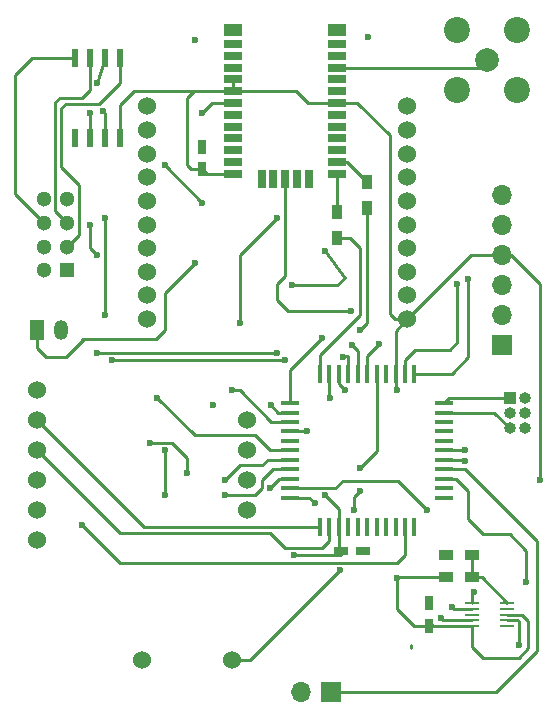
<source format=gbr>
G04 #@! TF.FileFunction,Copper,L2,Bot,Signal*
%FSLAX46Y46*%
G04 Gerber Fmt 4.6, Leading zero omitted, Abs format (unit mm)*
G04 Created by KiCad (PCBNEW 4.0.7) date 12/26/17 15:46:09*
%MOMM*%
%LPD*%
G01*
G04 APERTURE LIST*
%ADD10C,0.100000*%
%ADD11R,0.550000X1.500000*%
%ADD12R,0.400000X1.500000*%
%ADD13R,1.500000X0.400000*%
%ADD14R,1.250000X0.270000*%
%ADD15R,0.700000X1.500000*%
%ADD16R,1.500000X0.700000*%
%ADD17R,1.500000X1.000000*%
%ADD18C,1.524000*%
%ADD19R,1.000000X1.000000*%
%ADD20O,1.000000X1.000000*%
%ADD21R,1.700000X1.700000*%
%ADD22O,1.700000X1.700000*%
%ADD23R,1.200000X0.750000*%
%ADD24R,0.750000X1.200000*%
%ADD25R,1.200000X0.900000*%
%ADD26R,1.300000X1.300000*%
%ADD27C,1.300000*%
%ADD28C,2.200000*%
%ADD29C,2.000000*%
%ADD30R,0.900000X1.200000*%
%ADD31C,0.600000*%
%ADD32R,1.200000X1.700000*%
%ADD33O,1.200000X1.700000*%
%ADD34C,0.250000*%
G04 APERTURE END LIST*
D10*
D11*
X144145000Y-60735000D03*
X144145000Y-67535000D03*
X142875000Y-60735000D03*
X142875000Y-67535000D03*
X141605000Y-60735000D03*
X141605000Y-67535000D03*
X140335000Y-60735000D03*
X140335000Y-67535000D03*
D12*
X169100000Y-100480000D03*
X168300000Y-100480000D03*
X167500000Y-100480000D03*
X166700000Y-100480000D03*
X165900000Y-100480000D03*
X165100000Y-100480000D03*
X164300000Y-100480000D03*
X163500000Y-100480000D03*
X162700000Y-100480000D03*
X161900000Y-100480000D03*
X161100000Y-100480000D03*
D13*
X158600000Y-97980000D03*
X158600000Y-97180000D03*
X158600000Y-96380000D03*
X158600000Y-95580000D03*
X158600000Y-94780000D03*
X158600000Y-93980000D03*
X158600000Y-93180000D03*
X158600000Y-92380000D03*
X158600000Y-91580000D03*
X158600000Y-90780000D03*
X158600000Y-89980000D03*
D12*
X161100000Y-87480000D03*
X161900000Y-87480000D03*
X162700000Y-87480000D03*
X163500000Y-87480000D03*
X164300000Y-87480000D03*
X165100000Y-87480000D03*
X165900000Y-87480000D03*
X166700000Y-87480000D03*
X167500000Y-87480000D03*
X168300000Y-87480000D03*
X169100000Y-87480000D03*
D13*
X171600000Y-89980000D03*
X171600000Y-90780000D03*
X171600000Y-91580000D03*
X171600000Y-92380000D03*
X171600000Y-93180000D03*
X171600000Y-93980000D03*
X171600000Y-94780000D03*
X171600000Y-95580000D03*
X171600000Y-96380000D03*
X171600000Y-97180000D03*
X171600000Y-97980000D03*
D14*
X176950500Y-108886500D03*
X173950500Y-108886500D03*
X176950500Y-108386500D03*
X173950500Y-108386500D03*
X176950500Y-107886500D03*
X173950500Y-107886500D03*
X176950500Y-107386500D03*
X173950500Y-107386500D03*
X176950500Y-106886500D03*
X173950500Y-106886500D03*
D15*
X160160000Y-70970000D03*
D16*
X153760000Y-70570000D03*
X153760000Y-69570000D03*
X153760000Y-68570000D03*
X153760000Y-67570000D03*
X153760000Y-66570000D03*
X153760000Y-65570000D03*
X153760000Y-64570000D03*
X153760000Y-63570000D03*
X153760000Y-62570000D03*
X153760000Y-61570000D03*
X153760000Y-60570000D03*
X153760000Y-59570000D03*
D17*
X153760000Y-58420000D03*
X162560000Y-58420000D03*
D16*
X162560000Y-59570000D03*
X162560000Y-60570000D03*
X162560000Y-61570000D03*
X162560000Y-62570000D03*
X162560000Y-63570000D03*
X162560000Y-64570000D03*
X162560000Y-65570000D03*
X162560000Y-66570000D03*
X162560000Y-67570000D03*
X162560000Y-68570000D03*
X162560000Y-69570000D03*
X162560000Y-70570000D03*
D15*
X159160000Y-70970000D03*
X158160000Y-70970000D03*
X157160000Y-70970000D03*
X156160000Y-70970000D03*
D18*
X168478200Y-82864960D03*
X168478200Y-80863440D03*
X168478200Y-78864460D03*
X168478200Y-76862940D03*
X168478200Y-74863960D03*
X168478200Y-72864980D03*
X168478200Y-70863460D03*
X168478200Y-68864480D03*
X168478200Y-66862960D03*
X168478200Y-64863980D03*
X146481800Y-64863980D03*
X146481800Y-66862960D03*
X146481800Y-68864480D03*
X146481800Y-70863460D03*
X146481800Y-72864980D03*
X146481800Y-74863960D03*
X146481800Y-76862940D03*
X146481800Y-78864460D03*
X146481800Y-80863440D03*
X146481800Y-82864960D03*
D19*
X177165000Y-89535000D03*
D20*
X178435000Y-89535000D03*
X177165000Y-90805000D03*
X178435000Y-90805000D03*
X177165000Y-92075000D03*
X178435000Y-92075000D03*
D21*
X176530000Y-85090000D03*
D22*
X176530000Y-82550000D03*
X176530000Y-80010000D03*
X176530000Y-77470000D03*
X176530000Y-74930000D03*
X176530000Y-72390000D03*
D23*
X162880000Y-102489000D03*
X164780000Y-102489000D03*
D24*
X170370500Y-108836500D03*
X170370500Y-106936500D03*
D25*
X171810500Y-104711500D03*
X174010500Y-104711500D03*
X174010500Y-102806500D03*
X171810500Y-102806500D03*
D18*
X137160000Y-101600000D03*
X137160000Y-99060000D03*
X137160000Y-96520000D03*
X137160000Y-93980000D03*
X137160000Y-91440000D03*
X137160000Y-88900000D03*
X154940000Y-91440000D03*
X154940000Y-93980000D03*
X154940000Y-96520000D03*
X154940000Y-99060000D03*
D26*
X139700000Y-78740000D03*
D27*
X139700000Y-76740000D03*
X139700000Y-74740000D03*
X139700000Y-72740000D03*
X137700000Y-78740000D03*
X137700000Y-76740000D03*
X137700000Y-74740000D03*
X137700000Y-72740000D03*
D28*
X172720000Y-63500000D03*
X172720000Y-58420000D03*
X177800000Y-58420000D03*
X177800000Y-63500000D03*
D29*
X175260000Y-60960000D03*
D30*
X165100000Y-71290000D03*
X165100000Y-73490000D03*
X162560000Y-73830000D03*
X162560000Y-76030000D03*
D24*
X151130000Y-70165000D03*
X151130000Y-68265000D03*
D31*
X152019000Y-90170000D03*
X165163500Y-58991500D03*
X150558500Y-59245500D03*
D18*
X146050000Y-111760000D03*
X153670000Y-111760000D03*
D21*
X162052000Y-114427000D03*
D22*
X159512000Y-114427000D03*
D32*
X137160000Y-83820000D03*
D33*
X139160000Y-83820000D03*
D31*
X150495000Y-78105000D03*
X142240000Y-62865000D03*
X173355000Y-94869000D03*
X161544000Y-97790000D03*
X160020000Y-92329000D03*
X158877000Y-102870000D03*
X179705000Y-96520000D03*
X167640000Y-88900000D03*
X174180500Y-105981500D03*
X147955000Y-69850000D03*
X151130000Y-73025000D03*
X151130000Y-65405000D03*
X153670000Y-88900000D03*
X161290000Y-84455000D03*
X164465000Y-83820000D03*
X166116000Y-84963000D03*
X163703000Y-82169000D03*
X173355000Y-93980000D03*
X167640000Y-104775000D03*
X154305000Y-83185000D03*
X157480000Y-74295000D03*
X161925000Y-89535000D03*
X163195000Y-88900000D03*
X160655000Y-98425000D03*
X170180000Y-99060000D03*
X177990500Y-110426500D03*
X161544000Y-77089000D03*
X158750000Y-80010000D03*
X172275500Y-107251500D03*
X171323000Y-108204000D03*
X142748000Y-65278000D03*
X172720000Y-79883000D03*
X141605000Y-65405000D03*
X173609000Y-79502000D03*
X156972000Y-90170000D03*
X140970000Y-100330000D03*
X146685000Y-93345000D03*
X149860000Y-95885000D03*
X156845000Y-97155000D03*
X153035000Y-97790000D03*
X147955000Y-97790000D03*
X147955000Y-93980000D03*
X153035000Y-96520000D03*
X147320000Y-89535000D03*
X141605000Y-74930000D03*
X142240000Y-77470000D03*
X142240000Y-85725000D03*
X157480000Y-85725000D03*
X163830000Y-85090000D03*
X142875000Y-82550000D03*
X142875000Y-74295000D03*
X143510000Y-86360000D03*
X158115000Y-86360000D03*
X163068000Y-86106000D03*
X162814000Y-104140000D03*
X163957000Y-99060000D03*
X164465000Y-97409000D03*
X164465000Y-95504000D03*
X178562000Y-105156000D03*
D34*
X168783000Y-110424000D02*
X168783000Y-110744000D01*
X137160000Y-83820000D02*
X137160000Y-85344000D01*
X139573000Y-86106000D02*
X141097000Y-84582000D01*
X137922000Y-86106000D02*
X139573000Y-86106000D01*
X137160000Y-85344000D02*
X137922000Y-86106000D01*
X140970000Y-84582000D02*
X141097000Y-84582000D01*
X141097000Y-84582000D02*
X147193000Y-84582000D01*
X147955000Y-80645000D02*
X150495000Y-78105000D01*
X147955000Y-83820000D02*
X147955000Y-80645000D01*
X147193000Y-84582000D02*
X147955000Y-83820000D01*
X144145000Y-60735000D02*
X144145000Y-62865000D01*
X140716000Y-75724000D02*
X139700000Y-76740000D01*
X140716000Y-71501000D02*
X140716000Y-75724000D01*
X139192000Y-69977000D02*
X140716000Y-71501000D01*
X139192000Y-65024000D02*
X139192000Y-69977000D01*
X139573000Y-64643000D02*
X139192000Y-65024000D01*
X142367000Y-64643000D02*
X139573000Y-64643000D01*
X144145000Y-62865000D02*
X142367000Y-64643000D01*
X142240000Y-62865000D02*
X142875000Y-60735000D01*
X141605000Y-60735000D02*
X141605000Y-63500000D01*
X138684000Y-73724000D02*
X139700000Y-74740000D01*
X138684000Y-64516000D02*
X138684000Y-73724000D01*
X139065000Y-64135000D02*
X138684000Y-64516000D01*
X140970000Y-64135000D02*
X139065000Y-64135000D01*
X141605000Y-63500000D02*
X140970000Y-64135000D01*
X140335000Y-60735000D02*
X136750000Y-60735000D01*
X135255000Y-72295000D02*
X137700000Y-74740000D01*
X135255000Y-62230000D02*
X135255000Y-72295000D01*
X136750000Y-60735000D02*
X135255000Y-62230000D01*
X173266000Y-94780000D02*
X171600000Y-94780000D01*
X173355000Y-94869000D02*
X173266000Y-94780000D01*
X173355000Y-94869000D02*
X173355000Y-94869000D01*
X162700000Y-100480000D02*
X162700000Y-98946000D01*
X162700000Y-98946000D02*
X161544000Y-97790000D01*
X158600000Y-92380000D02*
X159969000Y-92380000D01*
X159969000Y-92380000D02*
X160020000Y-92329000D01*
X168478200Y-82864960D02*
X167500000Y-83843160D01*
X167500000Y-83843160D02*
X167500000Y-87480000D01*
X162880000Y-102870000D02*
X159131000Y-102870000D01*
X159131000Y-102870000D02*
X158877000Y-102870000D01*
X153760000Y-63570000D02*
X159074000Y-63570000D01*
X160074000Y-64570000D02*
X162560000Y-64570000D01*
X159074000Y-63570000D02*
X160074000Y-64570000D01*
X168478200Y-82864960D02*
X167446960Y-82864960D01*
X167446960Y-82864960D02*
X167005000Y-82423000D01*
X167005000Y-82423000D02*
X167005000Y-67310000D01*
X167005000Y-67310000D02*
X164265000Y-64570000D01*
X164265000Y-64570000D02*
X162560000Y-64570000D01*
X179705000Y-79883000D02*
X177292000Y-77470000D01*
X179705000Y-96520000D02*
X179705000Y-79883000D01*
X153760000Y-62570000D02*
X153760000Y-63570000D01*
X151130000Y-70165000D02*
X150175000Y-70165000D01*
X149860000Y-64135000D02*
X150425000Y-63570000D01*
X149860000Y-69850000D02*
X149860000Y-64135000D01*
X150175000Y-70165000D02*
X149860000Y-69850000D01*
X153760000Y-70570000D02*
X151535000Y-70570000D01*
X151535000Y-70570000D02*
X151130000Y-70165000D01*
X167500000Y-87480000D02*
X167500000Y-88760000D01*
X167500000Y-88760000D02*
X167640000Y-88900000D01*
X162700000Y-100480000D02*
X162700000Y-102690000D01*
X162700000Y-102690000D02*
X162880000Y-102870000D01*
X177292000Y-77470000D02*
X173873160Y-77470000D01*
X173873160Y-77470000D02*
X168478200Y-82864960D01*
X144145000Y-66900000D02*
X144145000Y-64770000D01*
X144145000Y-64770000D02*
X145345000Y-63570000D01*
X145345000Y-63570000D02*
X150425000Y-63570000D01*
X150425000Y-63570000D02*
X153760000Y-63570000D01*
X173950500Y-106886500D02*
X173950500Y-106211500D01*
X173950500Y-106211500D02*
X174180500Y-105981500D01*
X151130000Y-73025000D02*
X147955000Y-69850000D01*
X153760000Y-64570000D02*
X151965000Y-64570000D01*
X151965000Y-64570000D02*
X151130000Y-65405000D01*
X153670000Y-88900000D02*
X154305000Y-88900000D01*
X154305000Y-88900000D02*
X156972000Y-91567000D01*
X156972000Y-91567000D02*
X158460000Y-91567000D01*
X165100000Y-73490000D02*
X165100000Y-83185000D01*
X158600000Y-87145000D02*
X158600000Y-89980000D01*
X161290000Y-84455000D02*
X158600000Y-87145000D01*
X165100000Y-83185000D02*
X164465000Y-83820000D01*
X162560000Y-76030000D02*
X163660000Y-76030000D01*
X161100000Y-85915000D02*
X161100000Y-87480000D01*
X164465000Y-82550000D02*
X161100000Y-85915000D01*
X164465000Y-76835000D02*
X164465000Y-82550000D01*
X163660000Y-76030000D02*
X164465000Y-76835000D01*
X158160000Y-70970000D02*
X158160000Y-79203000D01*
X165100000Y-85979000D02*
X165100000Y-87480000D01*
X166116000Y-84963000D02*
X165100000Y-85979000D01*
X158369000Y-82169000D02*
X163703000Y-82169000D01*
X157480000Y-81280000D02*
X158369000Y-82169000D01*
X157480000Y-79883000D02*
X157480000Y-81280000D01*
X158160000Y-79203000D02*
X157480000Y-79883000D01*
X173355000Y-93980000D02*
X171600000Y-93980000D01*
X170370500Y-108836500D02*
X169098000Y-108836500D01*
X167640000Y-107378500D02*
X167640000Y-104775000D01*
X169098000Y-108836500D02*
X167640000Y-107378500D01*
X176950500Y-107886500D02*
X178244500Y-107886500D01*
X173950500Y-110641000D02*
X173950500Y-108886500D01*
X174879000Y-111569500D02*
X173950500Y-110641000D01*
X177927000Y-111569500D02*
X174879000Y-111569500D01*
X178752500Y-110744000D02*
X177927000Y-111569500D01*
X178752500Y-108394500D02*
X178752500Y-110744000D01*
X178244500Y-107886500D02*
X178752500Y-108394500D01*
X167703500Y-104711500D02*
X171810500Y-104711500D01*
X167640000Y-104775000D02*
X167703500Y-104711500D01*
X154305000Y-77470000D02*
X154305000Y-83185000D01*
X157480000Y-74295000D02*
X154305000Y-77470000D01*
X171640500Y-108836500D02*
X170685500Y-108836500D01*
X170685500Y-108836500D02*
X170370500Y-108521500D01*
X173950500Y-108886500D02*
X171690500Y-108886500D01*
X171690500Y-108886500D02*
X171640500Y-108836500D01*
X161900000Y-87480000D02*
X161900000Y-89510000D01*
X161900000Y-89510000D02*
X161925000Y-89535000D01*
X162700000Y-87480000D02*
X162700000Y-88405000D01*
X162700000Y-88405000D02*
X163195000Y-88900000D01*
X177165000Y-89535000D02*
X172045000Y-89535000D01*
X172045000Y-89535000D02*
X171600000Y-89980000D01*
X171600000Y-90780000D02*
X175870000Y-90780000D01*
X175870000Y-90780000D02*
X177165000Y-92075000D01*
X160655000Y-98425000D02*
X160210000Y-97980000D01*
X160210000Y-97980000D02*
X158600000Y-97980000D01*
X158600000Y-97180000D02*
X162410000Y-97180000D01*
X170180000Y-99060000D02*
X167665000Y-96545000D01*
X167665000Y-96545000D02*
X163045000Y-96545000D01*
X162410000Y-97180000D02*
X163045000Y-96545000D01*
X176950500Y-108386500D02*
X177855500Y-108386500D01*
X177990500Y-108521500D02*
X177990500Y-110426500D01*
X177855500Y-108386500D02*
X177990500Y-108521500D01*
X163195000Y-79375000D02*
X161544000Y-77089000D01*
X162560000Y-80010000D02*
X163195000Y-79375000D01*
X158750000Y-80010000D02*
X162560000Y-80010000D01*
X174010500Y-104711500D02*
X174010500Y-102806500D01*
X174010500Y-104711500D02*
X174775500Y-104711500D01*
X174775500Y-104711500D02*
X176950500Y-106886500D01*
X172410500Y-107386500D02*
X172275500Y-107251500D01*
X172410500Y-107386500D02*
X173950500Y-107386500D01*
X171505500Y-108386500D02*
X173950500Y-108386500D01*
X171323000Y-108204000D02*
X171505500Y-108386500D01*
X168300000Y-87480000D02*
X168300000Y-86335000D01*
X142875000Y-65405000D02*
X142875000Y-67535000D01*
X142748000Y-65278000D02*
X142875000Y-65405000D01*
X172720000Y-84836000D02*
X172720000Y-79883000D01*
X172085000Y-85471000D02*
X172720000Y-84836000D01*
X169164000Y-85471000D02*
X172085000Y-85471000D01*
X168300000Y-86335000D02*
X169164000Y-85471000D01*
X169100000Y-87480000D02*
X172235000Y-87480000D01*
X141605000Y-65405000D02*
X141605000Y-67535000D01*
X173609000Y-86106000D02*
X173609000Y-79502000D01*
X172235000Y-87480000D02*
X173609000Y-86106000D01*
X158600000Y-90780000D02*
X157582000Y-90780000D01*
X157582000Y-90780000D02*
X156972000Y-90170000D01*
X161900000Y-100480000D02*
X161900000Y-101625000D01*
X144145000Y-100965000D02*
X137160000Y-93980000D01*
X156845000Y-100965000D02*
X144145000Y-100965000D01*
X158115000Y-102235000D02*
X156845000Y-100965000D01*
X161290000Y-102235000D02*
X158115000Y-102235000D01*
X161900000Y-101625000D02*
X161290000Y-102235000D01*
X161100000Y-100480000D02*
X146200000Y-100480000D01*
X146200000Y-100480000D02*
X137160000Y-91440000D01*
X167640000Y-103505000D02*
X144145000Y-103505000D01*
X168300000Y-102845000D02*
X167640000Y-103505000D01*
X168300000Y-100480000D02*
X168300000Y-102845000D01*
X144145000Y-103505000D02*
X140970000Y-100330000D01*
X158600000Y-96380000D02*
X157620000Y-96380000D01*
X148590000Y-93345000D02*
X146685000Y-93345000D01*
X149860000Y-94615000D02*
X148590000Y-93345000D01*
X149860000Y-95885000D02*
X149860000Y-94615000D01*
X157620000Y-96380000D02*
X156845000Y-97155000D01*
X158600000Y-95580000D02*
X157150000Y-95580000D01*
X155575000Y-97790000D02*
X153035000Y-97790000D01*
X156210000Y-97155000D02*
X155575000Y-97790000D01*
X156210000Y-96520000D02*
X156210000Y-97155000D01*
X157150000Y-95580000D02*
X156210000Y-96520000D01*
X147955000Y-93980000D02*
X147955000Y-97790000D01*
X158600000Y-94780000D02*
X156680000Y-94780000D01*
X154305000Y-95250000D02*
X153035000Y-96520000D01*
X156210000Y-95250000D02*
X154305000Y-95250000D01*
X156680000Y-94780000D02*
X156210000Y-95250000D01*
X158600000Y-93980000D02*
X156845000Y-93980000D01*
X150495000Y-92710000D02*
X147320000Y-89535000D01*
X155575000Y-92710000D02*
X150495000Y-92710000D01*
X156845000Y-93980000D02*
X155575000Y-92710000D01*
X162560000Y-61570000D02*
X174650000Y-61570000D01*
X174650000Y-61570000D02*
X175260000Y-60960000D01*
X162560000Y-69570000D02*
X163380000Y-69570000D01*
X163380000Y-69570000D02*
X165100000Y-71290000D01*
X162560000Y-70570000D02*
X162560000Y-73830000D01*
X164300000Y-87480000D02*
X164300000Y-85560000D01*
X141605000Y-76835000D02*
X141605000Y-74930000D01*
X142240000Y-77470000D02*
X141605000Y-76835000D01*
X142875000Y-85725000D02*
X142240000Y-85725000D01*
X157480000Y-85725000D02*
X142875000Y-85725000D01*
X164300000Y-85560000D02*
X163830000Y-85090000D01*
X142875000Y-82550000D02*
X142875000Y-82550000D01*
X142875000Y-74295000D02*
X142875000Y-82550000D01*
X143510000Y-86360000D02*
X158115000Y-86360000D01*
X163500000Y-86030000D02*
X163500000Y-87480000D01*
X163068000Y-86106000D02*
X163500000Y-86030000D01*
X165900000Y-87480000D02*
X165900000Y-94069000D01*
X155194000Y-111760000D02*
X153670000Y-111760000D01*
X162814000Y-104140000D02*
X155194000Y-111760000D01*
X163957000Y-97917000D02*
X163957000Y-99060000D01*
X164465000Y-97409000D02*
X163957000Y-97917000D01*
X165900000Y-94069000D02*
X164465000Y-95504000D01*
X171600000Y-95580000D02*
X173406000Y-95580000D01*
X176022000Y-114427000D02*
X162052000Y-114427000D01*
X179451000Y-110998000D02*
X176022000Y-114427000D01*
X179451000Y-101625000D02*
X179451000Y-110998000D01*
X173406000Y-95580000D02*
X179451000Y-101625000D01*
X171600000Y-96380000D02*
X172580000Y-96380000D01*
X178562000Y-102489000D02*
X178562000Y-105156000D01*
X177165000Y-101092000D02*
X178562000Y-102489000D01*
X174879000Y-101092000D02*
X177165000Y-101092000D01*
X173609000Y-99822000D02*
X174879000Y-101092000D01*
X173609000Y-97409000D02*
X173609000Y-99822000D01*
X172580000Y-96380000D02*
X173609000Y-97409000D01*
M02*

</source>
